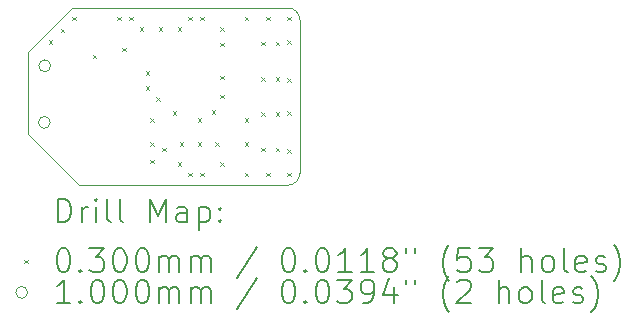
<source format=gbr>
%FSLAX45Y45*%
G04 Gerber Fmt 4.5, Leading zero omitted, Abs format (unit mm)*
G04 Created by KiCad (PCBNEW 6.0.4-6f826c9f35~116~ubuntu18.04.1) date 2022-04-20 20:46:26*
%MOMM*%
%LPD*%
G01*
G04 APERTURE LIST*
%TA.AperFunction,Profile*%
%ADD10C,0.100000*%
%TD*%
%ADD11C,0.200000*%
%ADD12C,0.030000*%
%ADD13C,0.100000*%
G04 APERTURE END LIST*
D10*
X12400000Y-10750000D02*
G75*
G03*
X12500000Y-10650000I0J100000D01*
G01*
X10200000Y-10320000D02*
X10200000Y-9620000D01*
X12500000Y-9350000D02*
G75*
G03*
X12400000Y-9250000I-100000J0D01*
G01*
X12500000Y-9350000D02*
X12500000Y-10650000D01*
X10200000Y-9620000D02*
X10570000Y-9250000D01*
X10630000Y-10750000D02*
X12400000Y-10750000D01*
X10200000Y-10320000D02*
X10630000Y-10750000D01*
X10570000Y-9250000D02*
X12400000Y-9250000D01*
D11*
D12*
X10375000Y-9525000D02*
X10405000Y-9555000D01*
X10405000Y-9525000D02*
X10375000Y-9555000D01*
X10475000Y-9425000D02*
X10505000Y-9455000D01*
X10505000Y-9425000D02*
X10475000Y-9455000D01*
X10575000Y-9325000D02*
X10605000Y-9355000D01*
X10605000Y-9325000D02*
X10575000Y-9355000D01*
X10745000Y-9645000D02*
X10775000Y-9675000D01*
X10775000Y-9645000D02*
X10745000Y-9675000D01*
X10955000Y-9325000D02*
X10985000Y-9355000D01*
X10985000Y-9325000D02*
X10955000Y-9355000D01*
X10995000Y-9585000D02*
X11025000Y-9615000D01*
X11025000Y-9585000D02*
X10995000Y-9615000D01*
X11055000Y-9325000D02*
X11085000Y-9355000D01*
X11085000Y-9325000D02*
X11055000Y-9355000D01*
X11145000Y-9415000D02*
X11175000Y-9445000D01*
X11175000Y-9415000D02*
X11145000Y-9445000D01*
X11195000Y-9785000D02*
X11225000Y-9815000D01*
X11225000Y-9785000D02*
X11195000Y-9815000D01*
X11195000Y-9915000D02*
X11225000Y-9945000D01*
X11225000Y-9915000D02*
X11195000Y-9945000D01*
X11235000Y-10185000D02*
X11265000Y-10215000D01*
X11265000Y-10185000D02*
X11235000Y-10215000D01*
X11235000Y-10385000D02*
X11265000Y-10415000D01*
X11265000Y-10385000D02*
X11235000Y-10415000D01*
X11235000Y-10535000D02*
X11265000Y-10565000D01*
X11265000Y-10535000D02*
X11235000Y-10565000D01*
X11285000Y-10005000D02*
X11315000Y-10035000D01*
X11315000Y-10005000D02*
X11285000Y-10035000D01*
X11305000Y-9415000D02*
X11335000Y-9445000D01*
X11335000Y-9415000D02*
X11305000Y-9445000D01*
X11335000Y-10435000D02*
X11365000Y-10465000D01*
X11365000Y-10435000D02*
X11335000Y-10465000D01*
X11425000Y-10125000D02*
X11455000Y-10155000D01*
X11455000Y-10125000D02*
X11425000Y-10155000D01*
X11465000Y-9415000D02*
X11495000Y-9445000D01*
X11495000Y-9415000D02*
X11465000Y-9445000D01*
X11465000Y-10555000D02*
X11495000Y-10585000D01*
X11495000Y-10555000D02*
X11465000Y-10585000D01*
X11485000Y-10385000D02*
X11515000Y-10415000D01*
X11515000Y-10385000D02*
X11485000Y-10415000D01*
X11555000Y-9325000D02*
X11585000Y-9355000D01*
X11585000Y-9325000D02*
X11555000Y-9355000D01*
X11555000Y-10645000D02*
X11585000Y-10675000D01*
X11585000Y-10645000D02*
X11555000Y-10675000D01*
X11635000Y-10185000D02*
X11665000Y-10215000D01*
X11665000Y-10185000D02*
X11635000Y-10215000D01*
X11635000Y-10385000D02*
X11665000Y-10415000D01*
X11665000Y-10385000D02*
X11635000Y-10415000D01*
X11655000Y-9325000D02*
X11685000Y-9355000D01*
X11685000Y-9325000D02*
X11655000Y-9355000D01*
X11655000Y-10645000D02*
X11685000Y-10675000D01*
X11685000Y-10645000D02*
X11655000Y-10675000D01*
X11755000Y-10115000D02*
X11785000Y-10145000D01*
X11785000Y-10115000D02*
X11755000Y-10145000D01*
X11785000Y-10385000D02*
X11815000Y-10415000D01*
X11815000Y-10385000D02*
X11785000Y-10415000D01*
X11825000Y-9415000D02*
X11855000Y-9445000D01*
X11855000Y-9415000D02*
X11825000Y-9445000D01*
X11825000Y-9545000D02*
X11855000Y-9575000D01*
X11855000Y-9545000D02*
X11825000Y-9575000D01*
X11825000Y-9825000D02*
X11855000Y-9855000D01*
X11855000Y-9825000D02*
X11825000Y-9855000D01*
X11825000Y-9985000D02*
X11855000Y-10015000D01*
X11855000Y-9985000D02*
X11825000Y-10015000D01*
X11825000Y-10555000D02*
X11855000Y-10585000D01*
X11855000Y-10555000D02*
X11825000Y-10585000D01*
X12035000Y-9325000D02*
X12065000Y-9355000D01*
X12065000Y-9325000D02*
X12035000Y-9355000D01*
X12035000Y-10185000D02*
X12065000Y-10215000D01*
X12065000Y-10185000D02*
X12035000Y-10215000D01*
X12035000Y-10385000D02*
X12065000Y-10415000D01*
X12065000Y-10385000D02*
X12035000Y-10415000D01*
X12035000Y-10645000D02*
X12065000Y-10675000D01*
X12065000Y-10645000D02*
X12035000Y-10675000D01*
X12175000Y-9535000D02*
X12205000Y-9565000D01*
X12205000Y-9535000D02*
X12175000Y-9565000D01*
X12175000Y-9835000D02*
X12205000Y-9865000D01*
X12205000Y-9835000D02*
X12175000Y-9865000D01*
X12175000Y-10135000D02*
X12205000Y-10165000D01*
X12205000Y-10135000D02*
X12175000Y-10165000D01*
X12175000Y-10435000D02*
X12205000Y-10465000D01*
X12205000Y-10435000D02*
X12175000Y-10465000D01*
X12215000Y-9325000D02*
X12245000Y-9355000D01*
X12245000Y-9325000D02*
X12215000Y-9355000D01*
X12215000Y-10645000D02*
X12245000Y-10675000D01*
X12245000Y-10645000D02*
X12215000Y-10675000D01*
X12295000Y-9535000D02*
X12325000Y-9565000D01*
X12325000Y-9535000D02*
X12295000Y-9565000D01*
X12295000Y-9835000D02*
X12325000Y-9865000D01*
X12325000Y-9835000D02*
X12295000Y-9865000D01*
X12295000Y-10135000D02*
X12325000Y-10165000D01*
X12325000Y-10135000D02*
X12295000Y-10165000D01*
X12295000Y-10435000D02*
X12325000Y-10465000D01*
X12325000Y-10435000D02*
X12295000Y-10465000D01*
X12395000Y-9325000D02*
X12425000Y-9355000D01*
X12425000Y-9325000D02*
X12395000Y-9355000D01*
X12395000Y-9525000D02*
X12425000Y-9555000D01*
X12425000Y-9525000D02*
X12395000Y-9555000D01*
X12395000Y-9845000D02*
X12425000Y-9875000D01*
X12425000Y-9845000D02*
X12395000Y-9875000D01*
X12395000Y-10125000D02*
X12425000Y-10155000D01*
X12425000Y-10125000D02*
X12395000Y-10155000D01*
X12395000Y-10445000D02*
X12425000Y-10475000D01*
X12425000Y-10445000D02*
X12395000Y-10475000D01*
X12395000Y-10645000D02*
X12425000Y-10675000D01*
X12425000Y-10645000D02*
X12395000Y-10675000D01*
D13*
X10387000Y-10219000D02*
G75*
G03*
X10387000Y-10219000I-50000J0D01*
G01*
X10390000Y-9740000D02*
G75*
G03*
X10390000Y-9740000I-50000J0D01*
G01*
D11*
X10452619Y-11065476D02*
X10452619Y-10865476D01*
X10500238Y-10865476D01*
X10528810Y-10875000D01*
X10547857Y-10894048D01*
X10557381Y-10913095D01*
X10566905Y-10951190D01*
X10566905Y-10979762D01*
X10557381Y-11017857D01*
X10547857Y-11036905D01*
X10528810Y-11055952D01*
X10500238Y-11065476D01*
X10452619Y-11065476D01*
X10652619Y-11065476D02*
X10652619Y-10932143D01*
X10652619Y-10970238D02*
X10662143Y-10951190D01*
X10671667Y-10941667D01*
X10690714Y-10932143D01*
X10709762Y-10932143D01*
X10776429Y-11065476D02*
X10776429Y-10932143D01*
X10776429Y-10865476D02*
X10766905Y-10875000D01*
X10776429Y-10884524D01*
X10785952Y-10875000D01*
X10776429Y-10865476D01*
X10776429Y-10884524D01*
X10900238Y-11065476D02*
X10881190Y-11055952D01*
X10871667Y-11036905D01*
X10871667Y-10865476D01*
X11005000Y-11065476D02*
X10985952Y-11055952D01*
X10976429Y-11036905D01*
X10976429Y-10865476D01*
X11233571Y-11065476D02*
X11233571Y-10865476D01*
X11300238Y-11008333D01*
X11366905Y-10865476D01*
X11366905Y-11065476D01*
X11547857Y-11065476D02*
X11547857Y-10960714D01*
X11538333Y-10941667D01*
X11519286Y-10932143D01*
X11481190Y-10932143D01*
X11462143Y-10941667D01*
X11547857Y-11055952D02*
X11528809Y-11065476D01*
X11481190Y-11065476D01*
X11462143Y-11055952D01*
X11452619Y-11036905D01*
X11452619Y-11017857D01*
X11462143Y-10998810D01*
X11481190Y-10989286D01*
X11528809Y-10989286D01*
X11547857Y-10979762D01*
X11643095Y-10932143D02*
X11643095Y-11132143D01*
X11643095Y-10941667D02*
X11662143Y-10932143D01*
X11700238Y-10932143D01*
X11719286Y-10941667D01*
X11728809Y-10951190D01*
X11738333Y-10970238D01*
X11738333Y-11027381D01*
X11728809Y-11046429D01*
X11719286Y-11055952D01*
X11700238Y-11065476D01*
X11662143Y-11065476D01*
X11643095Y-11055952D01*
X11824048Y-11046429D02*
X11833571Y-11055952D01*
X11824048Y-11065476D01*
X11814524Y-11055952D01*
X11824048Y-11046429D01*
X11824048Y-11065476D01*
X11824048Y-10941667D02*
X11833571Y-10951190D01*
X11824048Y-10960714D01*
X11814524Y-10951190D01*
X11824048Y-10941667D01*
X11824048Y-10960714D01*
D12*
X10165000Y-11380000D02*
X10195000Y-11410000D01*
X10195000Y-11380000D02*
X10165000Y-11410000D01*
D11*
X10490714Y-11285476D02*
X10509762Y-11285476D01*
X10528810Y-11295000D01*
X10538333Y-11304524D01*
X10547857Y-11323571D01*
X10557381Y-11361667D01*
X10557381Y-11409286D01*
X10547857Y-11447381D01*
X10538333Y-11466428D01*
X10528810Y-11475952D01*
X10509762Y-11485476D01*
X10490714Y-11485476D01*
X10471667Y-11475952D01*
X10462143Y-11466428D01*
X10452619Y-11447381D01*
X10443095Y-11409286D01*
X10443095Y-11361667D01*
X10452619Y-11323571D01*
X10462143Y-11304524D01*
X10471667Y-11295000D01*
X10490714Y-11285476D01*
X10643095Y-11466428D02*
X10652619Y-11475952D01*
X10643095Y-11485476D01*
X10633571Y-11475952D01*
X10643095Y-11466428D01*
X10643095Y-11485476D01*
X10719286Y-11285476D02*
X10843095Y-11285476D01*
X10776429Y-11361667D01*
X10805000Y-11361667D01*
X10824048Y-11371190D01*
X10833571Y-11380714D01*
X10843095Y-11399762D01*
X10843095Y-11447381D01*
X10833571Y-11466428D01*
X10824048Y-11475952D01*
X10805000Y-11485476D01*
X10747857Y-11485476D01*
X10728810Y-11475952D01*
X10719286Y-11466428D01*
X10966905Y-11285476D02*
X10985952Y-11285476D01*
X11005000Y-11295000D01*
X11014524Y-11304524D01*
X11024048Y-11323571D01*
X11033571Y-11361667D01*
X11033571Y-11409286D01*
X11024048Y-11447381D01*
X11014524Y-11466428D01*
X11005000Y-11475952D01*
X10985952Y-11485476D01*
X10966905Y-11485476D01*
X10947857Y-11475952D01*
X10938333Y-11466428D01*
X10928810Y-11447381D01*
X10919286Y-11409286D01*
X10919286Y-11361667D01*
X10928810Y-11323571D01*
X10938333Y-11304524D01*
X10947857Y-11295000D01*
X10966905Y-11285476D01*
X11157381Y-11285476D02*
X11176429Y-11285476D01*
X11195476Y-11295000D01*
X11205000Y-11304524D01*
X11214524Y-11323571D01*
X11224048Y-11361667D01*
X11224048Y-11409286D01*
X11214524Y-11447381D01*
X11205000Y-11466428D01*
X11195476Y-11475952D01*
X11176429Y-11485476D01*
X11157381Y-11485476D01*
X11138333Y-11475952D01*
X11128810Y-11466428D01*
X11119286Y-11447381D01*
X11109762Y-11409286D01*
X11109762Y-11361667D01*
X11119286Y-11323571D01*
X11128810Y-11304524D01*
X11138333Y-11295000D01*
X11157381Y-11285476D01*
X11309762Y-11485476D02*
X11309762Y-11352143D01*
X11309762Y-11371190D02*
X11319286Y-11361667D01*
X11338333Y-11352143D01*
X11366905Y-11352143D01*
X11385952Y-11361667D01*
X11395476Y-11380714D01*
X11395476Y-11485476D01*
X11395476Y-11380714D02*
X11405000Y-11361667D01*
X11424048Y-11352143D01*
X11452619Y-11352143D01*
X11471667Y-11361667D01*
X11481190Y-11380714D01*
X11481190Y-11485476D01*
X11576428Y-11485476D02*
X11576428Y-11352143D01*
X11576428Y-11371190D02*
X11585952Y-11361667D01*
X11605000Y-11352143D01*
X11633571Y-11352143D01*
X11652619Y-11361667D01*
X11662143Y-11380714D01*
X11662143Y-11485476D01*
X11662143Y-11380714D02*
X11671667Y-11361667D01*
X11690714Y-11352143D01*
X11719286Y-11352143D01*
X11738333Y-11361667D01*
X11747857Y-11380714D01*
X11747857Y-11485476D01*
X12138333Y-11275952D02*
X11966905Y-11533095D01*
X12395476Y-11285476D02*
X12414524Y-11285476D01*
X12433571Y-11295000D01*
X12443095Y-11304524D01*
X12452619Y-11323571D01*
X12462143Y-11361667D01*
X12462143Y-11409286D01*
X12452619Y-11447381D01*
X12443095Y-11466428D01*
X12433571Y-11475952D01*
X12414524Y-11485476D01*
X12395476Y-11485476D01*
X12376428Y-11475952D01*
X12366905Y-11466428D01*
X12357381Y-11447381D01*
X12347857Y-11409286D01*
X12347857Y-11361667D01*
X12357381Y-11323571D01*
X12366905Y-11304524D01*
X12376428Y-11295000D01*
X12395476Y-11285476D01*
X12547857Y-11466428D02*
X12557381Y-11475952D01*
X12547857Y-11485476D01*
X12538333Y-11475952D01*
X12547857Y-11466428D01*
X12547857Y-11485476D01*
X12681190Y-11285476D02*
X12700238Y-11285476D01*
X12719286Y-11295000D01*
X12728809Y-11304524D01*
X12738333Y-11323571D01*
X12747857Y-11361667D01*
X12747857Y-11409286D01*
X12738333Y-11447381D01*
X12728809Y-11466428D01*
X12719286Y-11475952D01*
X12700238Y-11485476D01*
X12681190Y-11485476D01*
X12662143Y-11475952D01*
X12652619Y-11466428D01*
X12643095Y-11447381D01*
X12633571Y-11409286D01*
X12633571Y-11361667D01*
X12643095Y-11323571D01*
X12652619Y-11304524D01*
X12662143Y-11295000D01*
X12681190Y-11285476D01*
X12938333Y-11485476D02*
X12824048Y-11485476D01*
X12881190Y-11485476D02*
X12881190Y-11285476D01*
X12862143Y-11314048D01*
X12843095Y-11333095D01*
X12824048Y-11342619D01*
X13128809Y-11485476D02*
X13014524Y-11485476D01*
X13071667Y-11485476D02*
X13071667Y-11285476D01*
X13052619Y-11314048D01*
X13033571Y-11333095D01*
X13014524Y-11342619D01*
X13243095Y-11371190D02*
X13224048Y-11361667D01*
X13214524Y-11352143D01*
X13205000Y-11333095D01*
X13205000Y-11323571D01*
X13214524Y-11304524D01*
X13224048Y-11295000D01*
X13243095Y-11285476D01*
X13281190Y-11285476D01*
X13300238Y-11295000D01*
X13309762Y-11304524D01*
X13319286Y-11323571D01*
X13319286Y-11333095D01*
X13309762Y-11352143D01*
X13300238Y-11361667D01*
X13281190Y-11371190D01*
X13243095Y-11371190D01*
X13224048Y-11380714D01*
X13214524Y-11390238D01*
X13205000Y-11409286D01*
X13205000Y-11447381D01*
X13214524Y-11466428D01*
X13224048Y-11475952D01*
X13243095Y-11485476D01*
X13281190Y-11485476D01*
X13300238Y-11475952D01*
X13309762Y-11466428D01*
X13319286Y-11447381D01*
X13319286Y-11409286D01*
X13309762Y-11390238D01*
X13300238Y-11380714D01*
X13281190Y-11371190D01*
X13395476Y-11285476D02*
X13395476Y-11323571D01*
X13471667Y-11285476D02*
X13471667Y-11323571D01*
X13766905Y-11561667D02*
X13757381Y-11552143D01*
X13738333Y-11523571D01*
X13728809Y-11504524D01*
X13719286Y-11475952D01*
X13709762Y-11428333D01*
X13709762Y-11390238D01*
X13719286Y-11342619D01*
X13728809Y-11314048D01*
X13738333Y-11295000D01*
X13757381Y-11266428D01*
X13766905Y-11256905D01*
X13938333Y-11285476D02*
X13843095Y-11285476D01*
X13833571Y-11380714D01*
X13843095Y-11371190D01*
X13862143Y-11361667D01*
X13909762Y-11361667D01*
X13928809Y-11371190D01*
X13938333Y-11380714D01*
X13947857Y-11399762D01*
X13947857Y-11447381D01*
X13938333Y-11466428D01*
X13928809Y-11475952D01*
X13909762Y-11485476D01*
X13862143Y-11485476D01*
X13843095Y-11475952D01*
X13833571Y-11466428D01*
X14014524Y-11285476D02*
X14138333Y-11285476D01*
X14071667Y-11361667D01*
X14100238Y-11361667D01*
X14119286Y-11371190D01*
X14128809Y-11380714D01*
X14138333Y-11399762D01*
X14138333Y-11447381D01*
X14128809Y-11466428D01*
X14119286Y-11475952D01*
X14100238Y-11485476D01*
X14043095Y-11485476D01*
X14024048Y-11475952D01*
X14014524Y-11466428D01*
X14376428Y-11485476D02*
X14376428Y-11285476D01*
X14462143Y-11485476D02*
X14462143Y-11380714D01*
X14452619Y-11361667D01*
X14433571Y-11352143D01*
X14405000Y-11352143D01*
X14385952Y-11361667D01*
X14376428Y-11371190D01*
X14585952Y-11485476D02*
X14566905Y-11475952D01*
X14557381Y-11466428D01*
X14547857Y-11447381D01*
X14547857Y-11390238D01*
X14557381Y-11371190D01*
X14566905Y-11361667D01*
X14585952Y-11352143D01*
X14614524Y-11352143D01*
X14633571Y-11361667D01*
X14643095Y-11371190D01*
X14652619Y-11390238D01*
X14652619Y-11447381D01*
X14643095Y-11466428D01*
X14633571Y-11475952D01*
X14614524Y-11485476D01*
X14585952Y-11485476D01*
X14766905Y-11485476D02*
X14747857Y-11475952D01*
X14738333Y-11456905D01*
X14738333Y-11285476D01*
X14919286Y-11475952D02*
X14900238Y-11485476D01*
X14862143Y-11485476D01*
X14843095Y-11475952D01*
X14833571Y-11456905D01*
X14833571Y-11380714D01*
X14843095Y-11361667D01*
X14862143Y-11352143D01*
X14900238Y-11352143D01*
X14919286Y-11361667D01*
X14928809Y-11380714D01*
X14928809Y-11399762D01*
X14833571Y-11418809D01*
X15005000Y-11475952D02*
X15024048Y-11485476D01*
X15062143Y-11485476D01*
X15081190Y-11475952D01*
X15090714Y-11456905D01*
X15090714Y-11447381D01*
X15081190Y-11428333D01*
X15062143Y-11418809D01*
X15033571Y-11418809D01*
X15014524Y-11409286D01*
X15005000Y-11390238D01*
X15005000Y-11380714D01*
X15014524Y-11361667D01*
X15033571Y-11352143D01*
X15062143Y-11352143D01*
X15081190Y-11361667D01*
X15157381Y-11561667D02*
X15166905Y-11552143D01*
X15185952Y-11523571D01*
X15195476Y-11504524D01*
X15205000Y-11475952D01*
X15214524Y-11428333D01*
X15214524Y-11390238D01*
X15205000Y-11342619D01*
X15195476Y-11314048D01*
X15185952Y-11295000D01*
X15166905Y-11266428D01*
X15157381Y-11256905D01*
D13*
X10195000Y-11659000D02*
G75*
G03*
X10195000Y-11659000I-50000J0D01*
G01*
D11*
X10557381Y-11749476D02*
X10443095Y-11749476D01*
X10500238Y-11749476D02*
X10500238Y-11549476D01*
X10481190Y-11578048D01*
X10462143Y-11597095D01*
X10443095Y-11606619D01*
X10643095Y-11730428D02*
X10652619Y-11739952D01*
X10643095Y-11749476D01*
X10633571Y-11739952D01*
X10643095Y-11730428D01*
X10643095Y-11749476D01*
X10776429Y-11549476D02*
X10795476Y-11549476D01*
X10814524Y-11559000D01*
X10824048Y-11568524D01*
X10833571Y-11587571D01*
X10843095Y-11625667D01*
X10843095Y-11673286D01*
X10833571Y-11711381D01*
X10824048Y-11730428D01*
X10814524Y-11739952D01*
X10795476Y-11749476D01*
X10776429Y-11749476D01*
X10757381Y-11739952D01*
X10747857Y-11730428D01*
X10738333Y-11711381D01*
X10728810Y-11673286D01*
X10728810Y-11625667D01*
X10738333Y-11587571D01*
X10747857Y-11568524D01*
X10757381Y-11559000D01*
X10776429Y-11549476D01*
X10966905Y-11549476D02*
X10985952Y-11549476D01*
X11005000Y-11559000D01*
X11014524Y-11568524D01*
X11024048Y-11587571D01*
X11033571Y-11625667D01*
X11033571Y-11673286D01*
X11024048Y-11711381D01*
X11014524Y-11730428D01*
X11005000Y-11739952D01*
X10985952Y-11749476D01*
X10966905Y-11749476D01*
X10947857Y-11739952D01*
X10938333Y-11730428D01*
X10928810Y-11711381D01*
X10919286Y-11673286D01*
X10919286Y-11625667D01*
X10928810Y-11587571D01*
X10938333Y-11568524D01*
X10947857Y-11559000D01*
X10966905Y-11549476D01*
X11157381Y-11549476D02*
X11176429Y-11549476D01*
X11195476Y-11559000D01*
X11205000Y-11568524D01*
X11214524Y-11587571D01*
X11224048Y-11625667D01*
X11224048Y-11673286D01*
X11214524Y-11711381D01*
X11205000Y-11730428D01*
X11195476Y-11739952D01*
X11176429Y-11749476D01*
X11157381Y-11749476D01*
X11138333Y-11739952D01*
X11128810Y-11730428D01*
X11119286Y-11711381D01*
X11109762Y-11673286D01*
X11109762Y-11625667D01*
X11119286Y-11587571D01*
X11128810Y-11568524D01*
X11138333Y-11559000D01*
X11157381Y-11549476D01*
X11309762Y-11749476D02*
X11309762Y-11616143D01*
X11309762Y-11635190D02*
X11319286Y-11625667D01*
X11338333Y-11616143D01*
X11366905Y-11616143D01*
X11385952Y-11625667D01*
X11395476Y-11644714D01*
X11395476Y-11749476D01*
X11395476Y-11644714D02*
X11405000Y-11625667D01*
X11424048Y-11616143D01*
X11452619Y-11616143D01*
X11471667Y-11625667D01*
X11481190Y-11644714D01*
X11481190Y-11749476D01*
X11576428Y-11749476D02*
X11576428Y-11616143D01*
X11576428Y-11635190D02*
X11585952Y-11625667D01*
X11605000Y-11616143D01*
X11633571Y-11616143D01*
X11652619Y-11625667D01*
X11662143Y-11644714D01*
X11662143Y-11749476D01*
X11662143Y-11644714D02*
X11671667Y-11625667D01*
X11690714Y-11616143D01*
X11719286Y-11616143D01*
X11738333Y-11625667D01*
X11747857Y-11644714D01*
X11747857Y-11749476D01*
X12138333Y-11539952D02*
X11966905Y-11797095D01*
X12395476Y-11549476D02*
X12414524Y-11549476D01*
X12433571Y-11559000D01*
X12443095Y-11568524D01*
X12452619Y-11587571D01*
X12462143Y-11625667D01*
X12462143Y-11673286D01*
X12452619Y-11711381D01*
X12443095Y-11730428D01*
X12433571Y-11739952D01*
X12414524Y-11749476D01*
X12395476Y-11749476D01*
X12376428Y-11739952D01*
X12366905Y-11730428D01*
X12357381Y-11711381D01*
X12347857Y-11673286D01*
X12347857Y-11625667D01*
X12357381Y-11587571D01*
X12366905Y-11568524D01*
X12376428Y-11559000D01*
X12395476Y-11549476D01*
X12547857Y-11730428D02*
X12557381Y-11739952D01*
X12547857Y-11749476D01*
X12538333Y-11739952D01*
X12547857Y-11730428D01*
X12547857Y-11749476D01*
X12681190Y-11549476D02*
X12700238Y-11549476D01*
X12719286Y-11559000D01*
X12728809Y-11568524D01*
X12738333Y-11587571D01*
X12747857Y-11625667D01*
X12747857Y-11673286D01*
X12738333Y-11711381D01*
X12728809Y-11730428D01*
X12719286Y-11739952D01*
X12700238Y-11749476D01*
X12681190Y-11749476D01*
X12662143Y-11739952D01*
X12652619Y-11730428D01*
X12643095Y-11711381D01*
X12633571Y-11673286D01*
X12633571Y-11625667D01*
X12643095Y-11587571D01*
X12652619Y-11568524D01*
X12662143Y-11559000D01*
X12681190Y-11549476D01*
X12814524Y-11549476D02*
X12938333Y-11549476D01*
X12871667Y-11625667D01*
X12900238Y-11625667D01*
X12919286Y-11635190D01*
X12928809Y-11644714D01*
X12938333Y-11663762D01*
X12938333Y-11711381D01*
X12928809Y-11730428D01*
X12919286Y-11739952D01*
X12900238Y-11749476D01*
X12843095Y-11749476D01*
X12824048Y-11739952D01*
X12814524Y-11730428D01*
X13033571Y-11749476D02*
X13071667Y-11749476D01*
X13090714Y-11739952D01*
X13100238Y-11730428D01*
X13119286Y-11701857D01*
X13128809Y-11663762D01*
X13128809Y-11587571D01*
X13119286Y-11568524D01*
X13109762Y-11559000D01*
X13090714Y-11549476D01*
X13052619Y-11549476D01*
X13033571Y-11559000D01*
X13024048Y-11568524D01*
X13014524Y-11587571D01*
X13014524Y-11635190D01*
X13024048Y-11654238D01*
X13033571Y-11663762D01*
X13052619Y-11673286D01*
X13090714Y-11673286D01*
X13109762Y-11663762D01*
X13119286Y-11654238D01*
X13128809Y-11635190D01*
X13300238Y-11616143D02*
X13300238Y-11749476D01*
X13252619Y-11539952D02*
X13205000Y-11682809D01*
X13328809Y-11682809D01*
X13395476Y-11549476D02*
X13395476Y-11587571D01*
X13471667Y-11549476D02*
X13471667Y-11587571D01*
X13766905Y-11825667D02*
X13757381Y-11816143D01*
X13738333Y-11787571D01*
X13728809Y-11768524D01*
X13719286Y-11739952D01*
X13709762Y-11692333D01*
X13709762Y-11654238D01*
X13719286Y-11606619D01*
X13728809Y-11578048D01*
X13738333Y-11559000D01*
X13757381Y-11530428D01*
X13766905Y-11520905D01*
X13833571Y-11568524D02*
X13843095Y-11559000D01*
X13862143Y-11549476D01*
X13909762Y-11549476D01*
X13928809Y-11559000D01*
X13938333Y-11568524D01*
X13947857Y-11587571D01*
X13947857Y-11606619D01*
X13938333Y-11635190D01*
X13824048Y-11749476D01*
X13947857Y-11749476D01*
X14185952Y-11749476D02*
X14185952Y-11549476D01*
X14271667Y-11749476D02*
X14271667Y-11644714D01*
X14262143Y-11625667D01*
X14243095Y-11616143D01*
X14214524Y-11616143D01*
X14195476Y-11625667D01*
X14185952Y-11635190D01*
X14395476Y-11749476D02*
X14376428Y-11739952D01*
X14366905Y-11730428D01*
X14357381Y-11711381D01*
X14357381Y-11654238D01*
X14366905Y-11635190D01*
X14376428Y-11625667D01*
X14395476Y-11616143D01*
X14424048Y-11616143D01*
X14443095Y-11625667D01*
X14452619Y-11635190D01*
X14462143Y-11654238D01*
X14462143Y-11711381D01*
X14452619Y-11730428D01*
X14443095Y-11739952D01*
X14424048Y-11749476D01*
X14395476Y-11749476D01*
X14576428Y-11749476D02*
X14557381Y-11739952D01*
X14547857Y-11720905D01*
X14547857Y-11549476D01*
X14728809Y-11739952D02*
X14709762Y-11749476D01*
X14671667Y-11749476D01*
X14652619Y-11739952D01*
X14643095Y-11720905D01*
X14643095Y-11644714D01*
X14652619Y-11625667D01*
X14671667Y-11616143D01*
X14709762Y-11616143D01*
X14728809Y-11625667D01*
X14738333Y-11644714D01*
X14738333Y-11663762D01*
X14643095Y-11682809D01*
X14814524Y-11739952D02*
X14833571Y-11749476D01*
X14871667Y-11749476D01*
X14890714Y-11739952D01*
X14900238Y-11720905D01*
X14900238Y-11711381D01*
X14890714Y-11692333D01*
X14871667Y-11682809D01*
X14843095Y-11682809D01*
X14824048Y-11673286D01*
X14814524Y-11654238D01*
X14814524Y-11644714D01*
X14824048Y-11625667D01*
X14843095Y-11616143D01*
X14871667Y-11616143D01*
X14890714Y-11625667D01*
X14966905Y-11825667D02*
X14976428Y-11816143D01*
X14995476Y-11787571D01*
X15005000Y-11768524D01*
X15014524Y-11739952D01*
X15024048Y-11692333D01*
X15024048Y-11654238D01*
X15014524Y-11606619D01*
X15005000Y-11578048D01*
X14995476Y-11559000D01*
X14976428Y-11530428D01*
X14966905Y-11520905D01*
M02*

</source>
